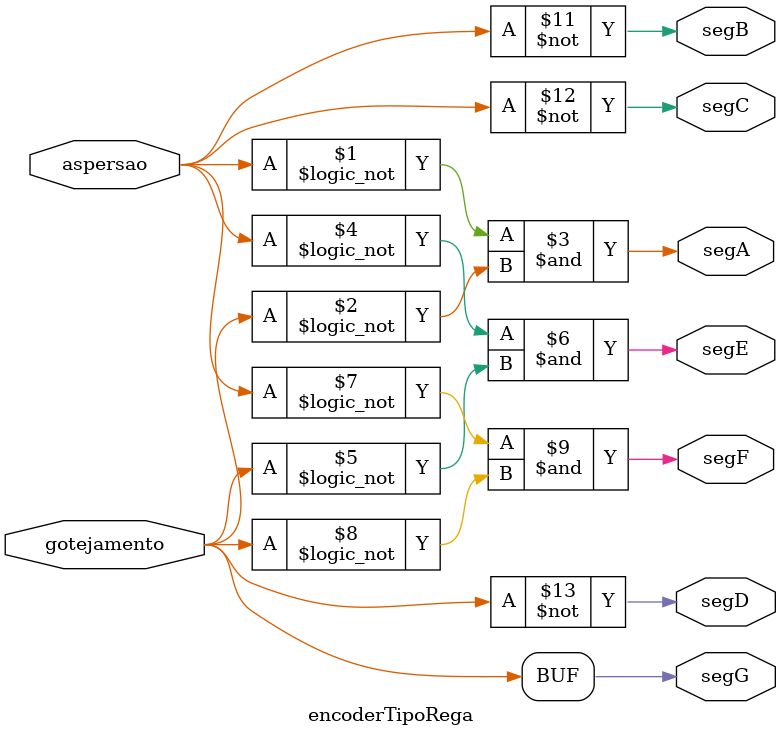
<source format=v>
module encoderTipoRega(
  gotejamento,
  aspersao,
  segA,
  segB,
  segC,
  segD,
  segE,
  segF,
  segG
);

input gotejamento, aspersao;
output segA, segB, segC, segD, segE, segF, segG;

and (segA, !aspersao, !gotejamento);

not (segB, aspersao);

not (segC, aspersao);

not (segD, gotejamento);

and (segE, !aspersao, !gotejamento);

and (segF, !aspersao, !gotejamento);

and (segG, gotejamento, gotejamento);

endmodule

</source>
